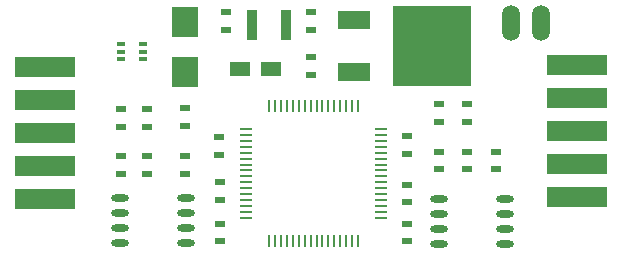
<source format=gts>
G04 #@! TF.FileFunction,Soldermask,Top*
%FSLAX46Y46*%
G04 Gerber Fmt 4.6, Leading zero omitted, Abs format (unit mm)*
G04 Created by KiCad (PCBNEW (2015-07-11 BZR 5925, Git c291b88)-product) date 8/13/2015 2:59:00 PM*
%MOMM*%
G01*
G04 APERTURE LIST*
%ADD10C,0.100000*%
%ADD11R,0.900000X0.500000*%
%ADD12R,1.800000X1.230000*%
%ADD13R,2.301240X2.499360*%
%ADD14R,0.900000X2.500000*%
%ADD15O,1.473200X0.609600*%
%ADD16R,2.780000X1.550000*%
%ADD17R,6.730000X6.740000*%
%ADD18R,0.749300X0.398780*%
%ADD19R,5.080000X1.778000*%
%ADD20R,1.000000X0.250000*%
%ADD21R,0.250000X1.000000*%
%ADD22O,1.506220X3.014980*%
G04 APERTURE END LIST*
D10*
D11*
X64500000Y-129550000D03*
X64500000Y-131050000D03*
X62300000Y-125550000D03*
X62300000Y-127050000D03*
X89200000Y-125150000D03*
X89200000Y-126650000D03*
X94000000Y-129150000D03*
X94000000Y-130650000D03*
X71200000Y-117350000D03*
X71200000Y-118850000D03*
D12*
X72390000Y-122200000D03*
X75010000Y-122200000D03*
D11*
X78400000Y-117350000D03*
X78400000Y-118850000D03*
X78400000Y-122650000D03*
X78400000Y-121150000D03*
X86500000Y-133450000D03*
X86500000Y-131950000D03*
X70700000Y-131750000D03*
X70700000Y-133250000D03*
X70600000Y-127950000D03*
X70600000Y-129450000D03*
X70700000Y-136750000D03*
X70700000Y-135250000D03*
D13*
X67700000Y-118151160D03*
X67700000Y-122448840D03*
D14*
X73350000Y-118400000D03*
X76250000Y-118400000D03*
D11*
X67700000Y-126950000D03*
X67700000Y-125450000D03*
X62300000Y-131050000D03*
X62300000Y-129550000D03*
X64500000Y-127050000D03*
X64500000Y-125550000D03*
X91600000Y-126650000D03*
X91600000Y-125150000D03*
X91600000Y-130650000D03*
X91600000Y-129150000D03*
X67700000Y-131050000D03*
X67700000Y-129550000D03*
X89200000Y-130650000D03*
X89200000Y-129150000D03*
X86500000Y-129350000D03*
X86500000Y-127850000D03*
D15*
X67794000Y-136905000D03*
X67794000Y-135635000D03*
X67794000Y-134365000D03*
X67794000Y-133095000D03*
X62206000Y-133095000D03*
X62206000Y-134365000D03*
X62206000Y-135635000D03*
X62206000Y-136905000D03*
X89206000Y-133195000D03*
X89206000Y-134465000D03*
X89206000Y-135735000D03*
X89206000Y-137005000D03*
X94794000Y-137005000D03*
X94794000Y-135735000D03*
X94794000Y-134465000D03*
X94794000Y-133195000D03*
D16*
X82000000Y-122380000D03*
D17*
X88635000Y-120200000D03*
D16*
X82000000Y-118020000D03*
D18*
X62250040Y-120049760D03*
X62250040Y-120700000D03*
X62250040Y-121350240D03*
X64149960Y-121350240D03*
X64149960Y-120700000D03*
X64149960Y-120049760D03*
D11*
X86500000Y-136750000D03*
X86500000Y-135250000D03*
D19*
X55840000Y-124806000D03*
X55840000Y-127600000D03*
X55840000Y-130394000D03*
X55840000Y-133188000D03*
X55840000Y-122012000D03*
X100860000Y-130194000D03*
X100860000Y-127400000D03*
X100860000Y-124606000D03*
X100860000Y-121812000D03*
X100860000Y-132988000D03*
D20*
X72900000Y-127250000D03*
X72900000Y-127750000D03*
X72900000Y-128250000D03*
X72900000Y-128750000D03*
X72900000Y-129250000D03*
X72900000Y-129750000D03*
X72900000Y-130250000D03*
X72900000Y-130750000D03*
X72900000Y-131250000D03*
X72900000Y-131750000D03*
X72900000Y-132250000D03*
X72900000Y-132750000D03*
X72900000Y-133250000D03*
X72900000Y-133750000D03*
X72900000Y-134250000D03*
X72900000Y-134750000D03*
D21*
X74850000Y-136700000D03*
X75350000Y-136700000D03*
X75850000Y-136700000D03*
X76350000Y-136700000D03*
X76850000Y-136700000D03*
X77350000Y-136700000D03*
X77850000Y-136700000D03*
X78350000Y-136700000D03*
X78850000Y-136700000D03*
X79350000Y-136700000D03*
X79850000Y-136700000D03*
X80350000Y-136700000D03*
X80850000Y-136700000D03*
X81350000Y-136700000D03*
X81850000Y-136700000D03*
X82350000Y-136700000D03*
D20*
X84300000Y-134750000D03*
X84300000Y-134250000D03*
X84300000Y-133750000D03*
X84300000Y-133250000D03*
X84300000Y-132750000D03*
X84300000Y-132250000D03*
X84300000Y-131750000D03*
X84300000Y-131250000D03*
X84300000Y-130750000D03*
X84300000Y-130250000D03*
X84300000Y-129750000D03*
X84300000Y-129250000D03*
X84300000Y-128750000D03*
X84300000Y-128250000D03*
X84300000Y-127750000D03*
X84300000Y-127250000D03*
D21*
X82350000Y-125300000D03*
X81850000Y-125300000D03*
X81350000Y-125300000D03*
X80850000Y-125300000D03*
X80350000Y-125300000D03*
X79850000Y-125300000D03*
X79350000Y-125300000D03*
X78850000Y-125300000D03*
X78350000Y-125300000D03*
X77850000Y-125300000D03*
X77350000Y-125300000D03*
X76850000Y-125300000D03*
X76350000Y-125300000D03*
X75850000Y-125300000D03*
X75350000Y-125300000D03*
X74850000Y-125300000D03*
D22*
X95280000Y-118300000D03*
X97820000Y-118300000D03*
M02*

</source>
